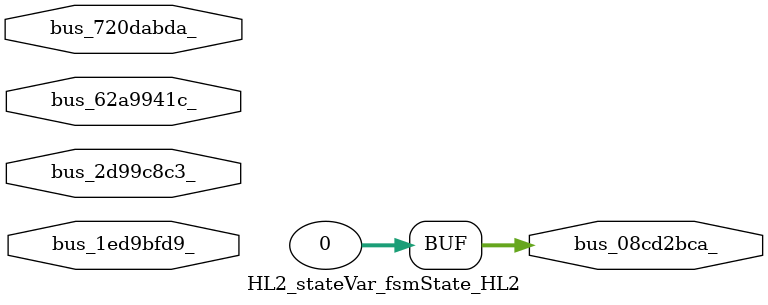
<source format=v>

module HL2(In1_COUNT, In1_SEND, CLK, Out1_DATA, Out1_SEND, Out1_RDY, Out1_ACK, RESET, In1_DATA, Out1_COUNT, In1_ACK);
input	[15:0]	In1_COUNT;
wire		the_action_go;
input		In1_SEND;
input		CLK;
output	[15:0]	Out1_DATA;
output		Out1_SEND;
input		Out1_RDY;
input		Out1_ACK;
wire		the_action_done;
input		RESET;
input	[15:0]	In1_DATA;
output	[15:0]	Out1_COUNT;
output		In1_ACK;
wire		bus_1f7ae77b_;
wire		scheduler;
wire		scheduler_u51;
wire		HL2_scheduler_instance_DONE;
wire	[31:0]	scheduler_u50;
wire		the_action;
wire		the_action_u20;
wire	[15:0]	the_action_u19;
wire		HL2_the_action_instance_DONE;
wire	[15:0]	the_action_u18;
wire		bus_6dfa4825_;
wire		bus_03747ec0_;
wire	[31:0]	bus_08cd2bca_;
assign the_action_go=scheduler_u51;
assign Out1_DATA=the_action_u18;
assign Out1_SEND=the_action;
assign the_action_done=bus_03747ec0_;
assign Out1_COUNT=the_action_u19;
assign In1_ACK=the_action_u20;
HL2_globalreset_physical_21d9863a_ HL2_globalreset_physical_21d9863a__1(.bus_04c1d9f4_(CLK), 
  .bus_4ccf3121_(RESET), .bus_1f7ae77b_(bus_1f7ae77b_));
HL2_scheduler HL2_scheduler_instance(.CLK(CLK), .RESET(bus_1f7ae77b_), .GO(bus_6dfa4825_), 
  .port_56cdf388_(32'h0), .port_18a271d2_(the_action_done), .port_316627c0_(In1_SEND), 
  .port_09137730_(Out1_RDY), .DONE(HL2_scheduler_instance_DONE), .RESULT(scheduler), 
  .RESULT_u395(scheduler_u50), .RESULT_u396(scheduler_u51));
HL2_the_action HL2_the_action_instance(.CLK(CLK), .GO(the_action_go), .port_0578d166_(In1_DATA), 
  .DONE(HL2_the_action_instance_DONE), .RESULT(the_action), .RESULT_u397(the_action_u18), 
  .RESULT_u398(the_action_u19), .RESULT_u399(the_action_u20));
HL2_Kicker_13 HL2_Kicker_13_1(.CLK(CLK), .RESET(bus_1f7ae77b_), .bus_6dfa4825_(bus_6dfa4825_));
assign bus_03747ec0_=HL2_the_action_instance_DONE&{1{HL2_the_action_instance_DONE}};
HL2_stateVar_fsmState_HL2 HL2_stateVar_fsmState_HL2_1(.bus_2d99c8c3_(CLK), .bus_720dabda_(bus_1f7ae77b_), 
  .bus_62a9941c_(scheduler), .bus_1ed9bfd9_(32'h0), .bus_08cd2bca_(bus_08cd2bca_));
endmodule



module HL2_globalreset_physical_21d9863a_(bus_04c1d9f4_, bus_4ccf3121_, bus_1f7ae77b_);
input		bus_04c1d9f4_;
input		bus_4ccf3121_;
output		bus_1f7ae77b_;
reg		final_u11=1'h1;
reg		cross_u11=1'h0;
wire		not_36b7fe03_u0;
wire		or_33c8b30c_u0;
reg		glitch_u11=1'h0;
wire		and_4d02cb4a_u0;
reg		sample_u11=1'h0;
always @(posedge bus_04c1d9f4_)
begin
final_u11<=not_36b7fe03_u0;
end
assign bus_1f7ae77b_=or_33c8b30c_u0;
always @(posedge bus_04c1d9f4_)
begin
cross_u11<=sample_u11;
end
assign not_36b7fe03_u0=~and_4d02cb4a_u0;
assign or_33c8b30c_u0=bus_4ccf3121_|final_u11;
always @(posedge bus_04c1d9f4_)
begin
glitch_u11<=cross_u11;
end
assign and_4d02cb4a_u0=cross_u11&glitch_u11;
always @(posedge bus_04c1d9f4_)
begin
sample_u11<=1'h1;
end
endmodule



module HL2_scheduler(CLK, RESET, GO, port_56cdf388_, port_18a271d2_, port_316627c0_, port_09137730_, RESULT, RESULT_u395, RESULT_u396, DONE);
input		CLK;
input		RESET;
input		GO;
input	[31:0]	port_56cdf388_;
input		port_18a271d2_;
input		port_316627c0_;
input		port_09137730_;
output		RESULT;
output	[31:0]	RESULT_u395;
output		RESULT_u396;
output		DONE;
reg		reg_6b865586_u0=1'h0;
wire signed	[31:0]	equals_a_signed;
wire signed	[31:0]	equals_b_signed;
wire		equals;
wire		and_u697_u0;
wire		not_u138_u0;
wire		and_u698_u0;
wire		and_u699_u0;
wire		and_u700_u0;
wire		not_u139_u0;
wire		and_u701_u0;
wire		not_u140_u0;
wire		and_u702_u0;
wire		simplePinWrite;
wire		and_u703_u0;
wire		and_u704_u0;
wire		and_u705_u0;
wire		and_u706_u0;
wire		or_u180_u0;
reg		reg_059547f4_u0=1'h0;
reg		reg_059547f4_result_delayed_u0=1'h0;
wire		or_u181_u0;
always @(posedge CLK or posedge RESET)
begin
if (RESET)
reg_6b865586_u0<=1'h0;
else reg_6b865586_u0<=and_u706_u0;
end
assign equals_a_signed=32'h0;
assign equals_b_signed=32'h0;
assign equals=equals_a_signed==equals_b_signed;
assign and_u697_u0=and_u706_u0&equals;
assign not_u138_u0=~equals;
assign and_u698_u0=and_u706_u0&not_u138_u0;
assign and_u699_u0=and_u705_u0&not_u139_u0;
assign and_u700_u0=and_u705_u0&port_316627c0_;
assign not_u139_u0=~port_316627c0_;
assign and_u701_u0=and_u704_u0&not_u140_u0;
assign not_u140_u0=~port_09137730_;
assign and_u702_u0=and_u704_u0&port_09137730_;
assign simplePinWrite=and_u703_u0&{1{and_u703_u0}};
assign and_u703_u0=and_u702_u0&and_u704_u0;
assign and_u704_u0=and_u700_u0&and_u705_u0;
assign and_u705_u0=and_u697_u0&and_u706_u0;
assign and_u706_u0=or_u180_u0&or_u180_u0;
assign or_u180_u0=reg_6b865586_u0|reg_059547f4_result_delayed_u0;
always @(posedge CLK or posedge RESET)
begin
if (RESET)
reg_059547f4_u0<=1'h0;
else reg_059547f4_u0<=GO;
end
always @(posedge CLK or posedge RESET)
begin
if (RESET)
reg_059547f4_result_delayed_u0<=1'h0;
else reg_059547f4_result_delayed_u0<=reg_059547f4_u0;
end
assign or_u181_u0=GO|and_u703_u0;
assign RESULT=or_u181_u0;
assign RESULT_u395=32'h0;
assign RESULT_u396=simplePinWrite;
assign DONE=1'h0;
endmodule



module HL2_the_action(CLK, GO, port_0578d166_, RESULT, RESULT_u397, RESULT_u398, RESULT_u399, DONE);
input		CLK;
input		GO;
input	[15:0]	port_0578d166_;
output		RESULT;
output	[15:0]	RESULT_u397;
output	[15:0]	RESULT_u398;
output		RESULT_u399;
output		DONE;
wire		simplePinWrite;
wire		simplePinWrite_u117;
wire	[15:0]	simplePinWrite_u118;
wire	[15:0]	simplePinWrite_u119;
assign simplePinWrite=GO&{1{GO}};
assign simplePinWrite_u117=GO&{1{GO}};
assign simplePinWrite_u118=16'h1&{16{1'h1}};
assign simplePinWrite_u119=port_0578d166_;
assign RESULT=simplePinWrite_u117;
assign RESULT_u397=simplePinWrite_u119;
assign RESULT_u398=simplePinWrite_u118;
assign RESULT_u399=simplePinWrite;
assign DONE=GO;
endmodule



module HL2_Kicker_13(CLK, RESET, bus_6dfa4825_);
input		CLK;
input		RESET;
output		bus_6dfa4825_;
reg		kicker_2=1'h0;
wire		bus_558aca05_;
wire		bus_200e9456_;
wire		bus_23fd0f5c_;
reg		kicker_1=1'h0;
reg		kicker_res=1'h0;
wire		bus_136f74bb_;
always @(posedge CLK)
begin
kicker_2<=bus_23fd0f5c_;
end
assign bus_558aca05_=kicker_1&bus_200e9456_&bus_136f74bb_;
assign bus_200e9456_=~RESET;
assign bus_6dfa4825_=kicker_res;
assign bus_23fd0f5c_=bus_200e9456_&kicker_1;
always @(posedge CLK)
begin
kicker_1<=bus_200e9456_;
end
always @(posedge CLK)
begin
kicker_res<=bus_558aca05_;
end
assign bus_136f74bb_=~kicker_2;
endmodule



module HL2_endianswapper_52f74d40_(endianswapper_52f74d40_in, endianswapper_52f74d40_out);
input	[31:0]	endianswapper_52f74d40_in;
output	[31:0]	endianswapper_52f74d40_out;
assign endianswapper_52f74d40_out=32'h0;
endmodule



module HL2_endianswapper_0410591e_(endianswapper_0410591e_in, endianswapper_0410591e_out);
input	[31:0]	endianswapper_0410591e_in;
output	[31:0]	endianswapper_0410591e_out;
assign endianswapper_0410591e_out=32'h0;
endmodule



module HL2_stateVar_fsmState_HL2(bus_2d99c8c3_, bus_720dabda_, bus_62a9941c_, bus_1ed9bfd9_, bus_08cd2bca_);
input		bus_2d99c8c3_;
input		bus_720dabda_;
input		bus_62a9941c_;
input	[31:0]	bus_1ed9bfd9_;
output	[31:0]	bus_08cd2bca_;
wire	[31:0]	endianswapper_52f74d40_out;
wire	[31:0]	endianswapper_0410591e_out;
HL2_endianswapper_52f74d40_ HL2_endianswapper_52f74d40__1(.endianswapper_52f74d40_in(32'h0), 
  .endianswapper_52f74d40_out(endianswapper_52f74d40_out));
assign bus_08cd2bca_=32'h0;
HL2_endianswapper_0410591e_ HL2_endianswapper_0410591e__1(.endianswapper_0410591e_in(32'h0), 
  .endianswapper_0410591e_out(endianswapper_0410591e_out));
endmodule



</source>
